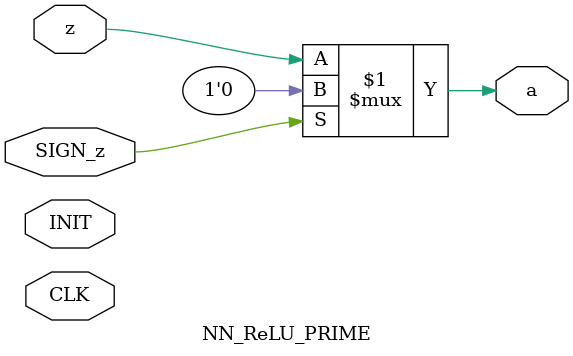
<source format=v>

module NN_ReLU_PRIME(z, SIGN_z, a, CLK, INIT);

input CLK, INIT;
input z, SIGN_z;

output a;

assign a = (SIGN_z) ? 1'b0 : z;


endmodule
</source>
